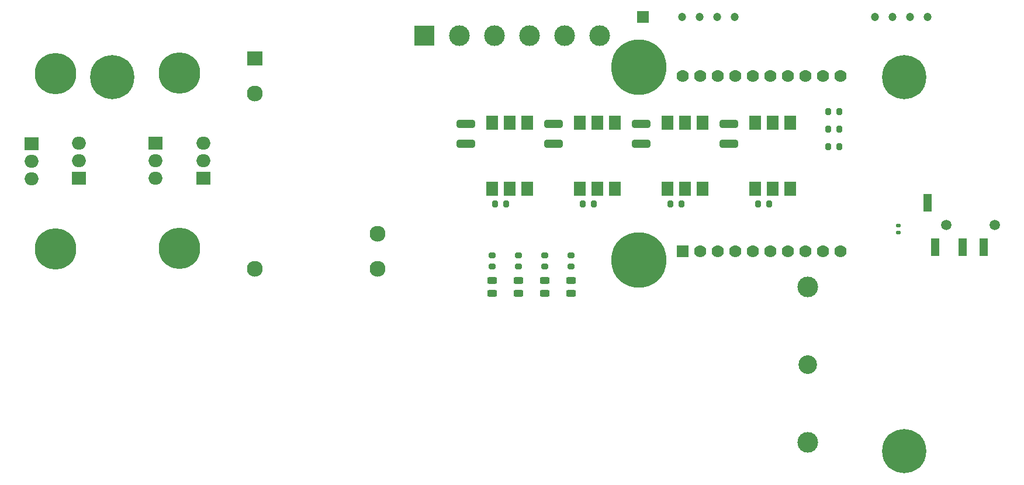
<source format=gbr>
%TF.GenerationSoftware,KiCad,Pcbnew,(7.0.0)*%
%TF.CreationDate,2024-01-27T17:52:15+01:00*%
%TF.ProjectId,bed-smart-plug,6265642d-736d-4617-9274-2d706c75672e,rev?*%
%TF.SameCoordinates,Original*%
%TF.FileFunction,Soldermask,Top*%
%TF.FilePolarity,Negative*%
%FSLAX46Y46*%
G04 Gerber Fmt 4.6, Leading zero omitted, Abs format (unit mm)*
G04 Created by KiCad (PCBNEW (7.0.0)) date 2024-01-27 17:52:15*
%MOMM*%
%LPD*%
G01*
G04 APERTURE LIST*
G04 Aperture macros list*
%AMRoundRect*
0 Rectangle with rounded corners*
0 $1 Rounding radius*
0 $2 $3 $4 $5 $6 $7 $8 $9 X,Y pos of 4 corners*
0 Add a 4 corners polygon primitive as box body*
4,1,4,$2,$3,$4,$5,$6,$7,$8,$9,$2,$3,0*
0 Add four circle primitives for the rounded corners*
1,1,$1+$1,$2,$3*
1,1,$1+$1,$4,$5*
1,1,$1+$1,$6,$7*
1,1,$1+$1,$8,$9*
0 Add four rect primitives between the rounded corners*
20,1,$1+$1,$2,$3,$4,$5,0*
20,1,$1+$1,$4,$5,$6,$7,0*
20,1,$1+$1,$6,$7,$8,$9,0*
20,1,$1+$1,$8,$9,$2,$3,0*%
G04 Aperture macros list end*
%ADD10C,6.000000*%
%ADD11C,6.400000*%
%ADD12RoundRect,0.243750X0.456250X-0.243750X0.456250X0.243750X-0.456250X0.243750X-0.456250X-0.243750X0*%
%ADD13C,8.000000*%
%ADD14R,1.780000X2.000000*%
%ADD15C,2.700000*%
%ADD16C,3.000000*%
%ADD17RoundRect,0.250000X1.075000X-0.312500X1.075000X0.312500X-1.075000X0.312500X-1.075000X-0.312500X0*%
%ADD18O,2.000000X1.905000*%
%ADD19R,2.000000X1.905000*%
%ADD20R,1.700000X1.700000*%
%ADD21RoundRect,0.200000X-0.200000X-0.275000X0.200000X-0.275000X0.200000X0.275000X-0.200000X0.275000X0*%
%ADD22R,1.778000X1.778000*%
%ADD23C,1.778000*%
%ADD24C,1.200000*%
%ADD25R,2.300000X2.000000*%
%ADD26C,2.300000*%
%ADD27C,1.500000*%
%ADD28R,1.200000X2.500000*%
%ADD29R,3.000000X3.000000*%
%ADD30RoundRect,0.200000X-0.275000X0.200000X-0.275000X-0.200000X0.275000X-0.200000X0.275000X0.200000X0*%
%ADD31RoundRect,0.135000X0.185000X-0.135000X0.185000X0.135000X-0.185000X0.135000X-0.185000X-0.135000X0*%
G04 APERTURE END LIST*
D10*
%TO.C,HS1*%
X78995000Y-56660000D03*
X78995000Y-82060000D03*
%TD*%
D11*
%TO.C,*%
X201975000Y-57175000D03*
%TD*%
D12*
%TO.C,D2*%
X146050000Y-88567500D03*
X146050000Y-86692500D03*
%TD*%
D13*
%TO.C,*%
X163485000Y-83700000D03*
%TD*%
D14*
%TO.C,U5*%
X167639999Y-73344999D03*
X170179999Y-73344999D03*
X172719999Y-73344999D03*
X172719999Y-63814999D03*
X170179999Y-63814999D03*
X167639999Y-63814999D03*
%TD*%
D15*
%TO.C,F1*%
X187960000Y-98880000D03*
D16*
X187960000Y-110130000D03*
X187960000Y-87630000D03*
%TD*%
D17*
%TO.C,R16*%
X176530000Y-66867500D03*
X176530000Y-63942500D03*
%TD*%
D12*
%TO.C,D4*%
X153670000Y-88567500D03*
X153670000Y-86692500D03*
%TD*%
D11*
%TO.C,*%
X87225000Y-57175000D03*
%TD*%
D18*
%TO.C,Q3*%
X93514999Y-71839999D03*
X93514999Y-69299999D03*
D19*
X93514999Y-66759999D03*
%TD*%
D13*
%TO.C,*%
X163485000Y-55760000D03*
%TD*%
D20*
%TO.C,AE1*%
X164099999Y-48499999D03*
%TD*%
D21*
%TO.C,R10*%
X155385000Y-75565000D03*
X157035000Y-75565000D03*
%TD*%
D22*
%TO.C,U1*%
X169834999Y-82429999D03*
D23*
X172375000Y-82430000D03*
X174915000Y-82430000D03*
X177455000Y-82430000D03*
X179995000Y-82430000D03*
X182535000Y-82430000D03*
X185075000Y-82430000D03*
X187615000Y-82430000D03*
X190155000Y-82430000D03*
X192695000Y-82430000D03*
X192695000Y-57030000D03*
X190155000Y-57030000D03*
X187615000Y-57030000D03*
X185075000Y-57030000D03*
X182535000Y-57030000D03*
X179995000Y-57030000D03*
X177455000Y-57030000D03*
X174915000Y-57030000D03*
X172375000Y-57030000D03*
X169835000Y-57030000D03*
%TD*%
D18*
%TO.C,Q4*%
X100449999Y-66749999D03*
X100449999Y-69289999D03*
D19*
X100449999Y-71829999D03*
%TD*%
D12*
%TO.C,D1*%
X142240000Y-88567500D03*
X142240000Y-86692500D03*
%TD*%
D24*
%TO.C,U2*%
X169780000Y-48500000D03*
X172320000Y-48500000D03*
X174860000Y-48500000D03*
X177400000Y-48500000D03*
X197720000Y-48500000D03*
X200260000Y-48500000D03*
X202800000Y-48500000D03*
X205340000Y-48500000D03*
%TD*%
D25*
%TO.C,PS1*%
X107899999Y-54519999D03*
D26*
X107900000Y-59600000D03*
X107900000Y-85000000D03*
X125680000Y-85000000D03*
X125680000Y-79920000D03*
%TD*%
D17*
%TO.C,R15*%
X163830000Y-66867500D03*
X163830000Y-63942500D03*
%TD*%
D14*
%TO.C,U6*%
X180339999Y-73344999D03*
X182879999Y-73344999D03*
X185419999Y-73344999D03*
X185419999Y-63814999D03*
X182879999Y-63814999D03*
X180339999Y-63814999D03*
%TD*%
D27*
%TO.C,J1*%
X215063000Y-78620000D03*
X208063000Y-78620000D03*
D28*
X210462999Y-81869999D03*
X213462999Y-81869999D03*
X205362999Y-75369999D03*
X206462999Y-81869999D03*
%TD*%
D29*
%TO.C,J2*%
X132479999Y-51199999D03*
D16*
X137560000Y-51200000D03*
X142640000Y-51200000D03*
X147720000Y-51200000D03*
X152800000Y-51200000D03*
X157880000Y-51200000D03*
%TD*%
D10*
%TO.C,HS2*%
X97000000Y-82000000D03*
X97000000Y-56600000D03*
%TD*%
D30*
%TO.C,R7*%
X149860000Y-82995000D03*
X149860000Y-84645000D03*
%TD*%
%TO.C,R5*%
X142240000Y-82995000D03*
X142240000Y-84645000D03*
%TD*%
D21*
%TO.C,R11*%
X168085000Y-75565000D03*
X169735000Y-75565000D03*
%TD*%
%TO.C,R12*%
X182435000Y-75565000D03*
X180785000Y-75565000D03*
%TD*%
D17*
%TO.C,R13*%
X138430000Y-66867500D03*
X138430000Y-63942500D03*
%TD*%
D31*
%TO.C,R1*%
X201100000Y-79760000D03*
X201100000Y-78740000D03*
%TD*%
D21*
%TO.C,R2*%
X190945000Y-62230000D03*
X192595000Y-62230000D03*
%TD*%
D14*
%TO.C,U3*%
X142239999Y-73344999D03*
X144779999Y-73344999D03*
X147319999Y-73344999D03*
X147319999Y-63814999D03*
X144779999Y-63814999D03*
X142239999Y-63814999D03*
%TD*%
%TO.C,U4*%
X154939999Y-73344999D03*
X157479999Y-73344999D03*
X160019999Y-73344999D03*
X160019999Y-63814999D03*
X157479999Y-63814999D03*
X154939999Y-63814999D03*
%TD*%
D11*
%TO.C,*%
X201975000Y-111425000D03*
%TD*%
D21*
%TO.C,R4*%
X190945000Y-67310000D03*
X192595000Y-67310000D03*
%TD*%
%TO.C,R3*%
X190945000Y-64770000D03*
X192595000Y-64770000D03*
%TD*%
D17*
%TO.C,R14*%
X151130000Y-66867500D03*
X151130000Y-63942500D03*
%TD*%
D21*
%TO.C,R9*%
X142685000Y-75565000D03*
X144335000Y-75565000D03*
%TD*%
D12*
%TO.C,D3*%
X149860000Y-88567500D03*
X149860000Y-86692500D03*
%TD*%
D30*
%TO.C,R8*%
X153670000Y-82995000D03*
X153670000Y-84645000D03*
%TD*%
%TO.C,R6*%
X146050000Y-82995000D03*
X146050000Y-84645000D03*
%TD*%
D19*
%TO.C,Q2*%
X82444999Y-71889999D03*
D18*
X82444999Y-69349999D03*
X82444999Y-66809999D03*
%TD*%
D19*
%TO.C,Q1*%
X75509999Y-66819999D03*
D18*
X75509999Y-69359999D03*
X75509999Y-71899999D03*
%TD*%
M02*

</source>
